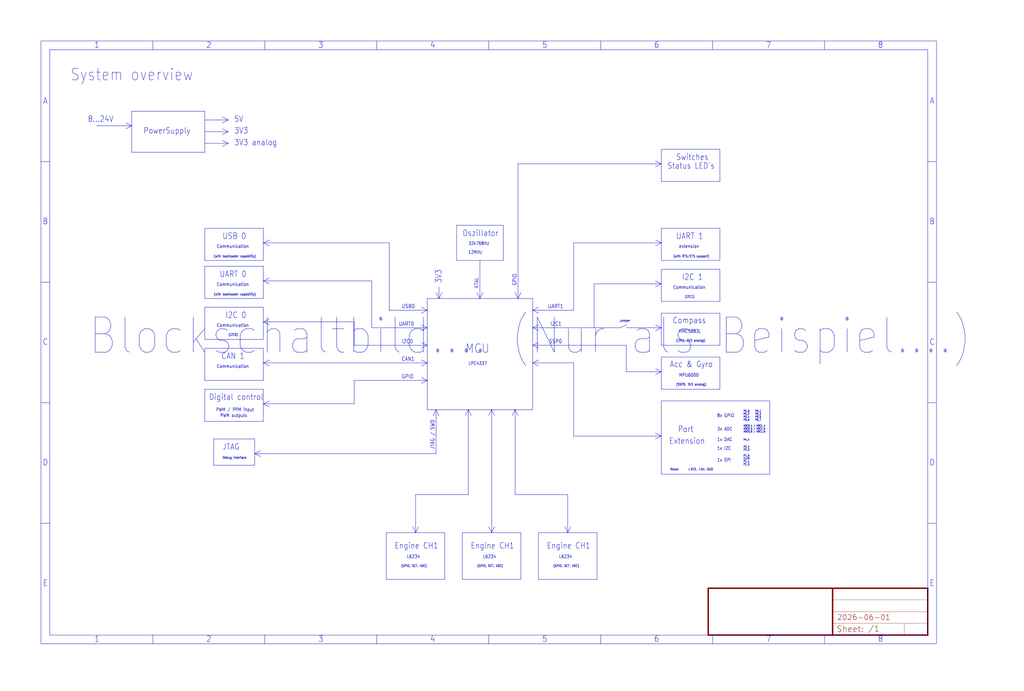
<source format=kicad_sch>
(kicad_sch (version 20230121) (generator eeschema)
  (paper "User" 444.373 299.872)
  (lib_symbols
    (symbol "freetserv-eagle-import:DOCFIELD_NEW"
      (symbol "DOCFIELD_NEW_1_0"
        (polyline (pts (xy -0.005 0.005) (xy -0.005 20.325)) (stroke (width 0.6096)))
        (polyline (pts (xy -0.005 0.005) (xy 53.97 0.005)) (stroke (width 0.6096)))
        (polyline (pts (xy -0.005 20.325) (xy 53.97 20.325)) (stroke (width 0.6096)))
        (polyline (pts (xy 53.97 0.005) (xy 85.085 0.005)) (stroke (width 0.6096)))
        (polyline (pts (xy 53.97 5.085) (xy 53.97 0.005)) (stroke (width 0.6096)))
        (polyline (pts (xy 53.97 5.085) (xy 53.97 10.165)) (stroke (width 0.6096)))
        (polyline (pts (xy 53.97 10.165) (xy 53.97 15.245)) (stroke (width 0.6096)))
        (polyline (pts (xy 53.97 10.165) (xy 95.245 10.165)) (stroke (width 0.1016)))
        (polyline (pts (xy 53.97 15.245) (xy 53.97 20.325)) (stroke (width 0.6096)))
        (polyline (pts (xy 53.97 15.245) (xy 95.245 15.245)) (stroke (width 0.1016)))
        (polyline (pts (xy 53.97 20.325) (xy 95.245 20.325)) (stroke (width 0.6096)))
        (polyline (pts (xy 85.085 0.005) (xy 85.085 5.085)) (stroke (width 0.1016)))
        (polyline (pts (xy 85.085 0.005) (xy 95.245 0.005)) (stroke (width 0.6096)))
        (polyline (pts (xy 85.085 5.085) (xy 53.97 5.085)) (stroke (width 0.1016)))
        (polyline (pts (xy 85.085 5.085) (xy 95.245 5.085)) (stroke (width 0.1016)))
        (polyline (pts (xy 95.245 0.005) (xy 95.245 5.085)) (stroke (width 0.6096)))
        (polyline (pts (xy 95.245 5.085) (xy 95.245 10.165)) (stroke (width 0.6096)))
        (polyline (pts (xy 95.245 10.165) (xy 95.245 15.245)) (stroke (width 0.6096)))
        (polyline (pts (xy 95.245 15.245) (xy 95.245 20.325)) (stroke (width 0.6096)))
        (text "${#}/${##}" (at 69.21 1.275 0) (effects (font (size 2.54 2.54)) (justify left bottom)))
        (text "${CURRENT_DATE}" (at 55.875 6.355 0) (effects (font (size 2.286 2.286)) (justify left bottom)))
        (text "${PROJECTNAME}" (at 55.875 11.435 0) (effects (font (size 2.54 2.54)) (justify left bottom)))
        (text "Sheet:" (at 55.621 1.148 0) (effects (font (size 2.54 2.54)) (justify left bottom)))
      )
    )
  )
  (polyline (pts (xy 203.2 214.63) (xy 203.2 177.8)) (stroke (width 0.1524) (type solid)))
  (polyline (pts (xy 213.36 177.8) (xy 214.63 180.34)) (stroke (width 0.1524) (type solid)))
  (polyline (pts (xy 161.29 142.24) (xy 185.42 142.24)) (stroke (width 0.1524) (type solid)))
  (polyline (pts (xy 208.28 129.54) (xy 207.01 127)) (stroke (width 0.1524) (type solid)))
  (polyline (pts (xy 185.42 149.86) (xy 182.88 151.13)) (stroke (width 0.1524) (type solid)))
  (polyline (pts (xy 114.3 105.41) (xy 116.84 104.14)) (stroke (width 0.1524) (type solid)))
  (polyline (pts (xy 312.42 135.89) (xy 312.42 149.86)) (stroke (width 0.1524) (type solid)))
  (polyline (pts (xy 185.42 165.1) (xy 185.42 157.48)) (stroke (width 0.1524) (type solid)))
  (polyline (pts (xy 312.42 154.94) (xy 312.42 168.91)) (stroke (width 0.1524) (type solid)))
  (polyline (pts (xy 185.42 134.62) (xy 185.42 129.54)) (stroke (width 0.1524) (type solid)))
  (polyline (pts (xy 96.52 60.96) (xy 99.06 62.23)) (stroke (width 0.1524) (type solid)))
  (polyline (pts (xy 246.38 231.14) (xy 247.65 228.6)) (stroke (width 0.1524) (type solid)))
  (polyline (pts (xy 223.52 177.8) (xy 222.25 180.34)) (stroke (width 0.1524) (type solid)))
  (polyline (pts (xy 114.3 139.7) (xy 114.3 147.32)) (stroke (width 0.1524) (type solid)))
  (polyline (pts (xy 233.68 251.46) (xy 233.68 231.14)) (stroke (width 0.1524) (type solid)))
  (polyline (pts (xy 161.29 121.92) (xy 161.29 142.24)) (stroke (width 0.1524) (type solid)))
  (polyline (pts (xy 96.52 55.88) (xy 99.06 57.15)) (stroke (width 0.1524) (type solid)))
  (polyline (pts (xy 153.67 149.86) (xy 185.42 149.86)) (stroke (width 0.1524) (type solid)))
  (polyline (pts (xy 57.15 66.04) (xy 57.15 54.61)) (stroke (width 0.1524) (type solid)))
  (polyline (pts (xy 190.5 129.54) (xy 208.28 129.54)) (stroke (width 0.1524) (type solid)))
  (polyline (pts (xy 312.42 113.03) (xy 287.02 113.03)) (stroke (width 0.1524) (type solid)))
  (polyline (pts (xy 287.02 142.24) (xy 284.48 143.51)) (stroke (width 0.1524) (type solid)))
  (polyline (pts (xy 287.02 189.23) (xy 284.48 190.5)) (stroke (width 0.1524) (type solid)))
  (polyline (pts (xy 312.42 116.84) (xy 312.42 130.81)) (stroke (width 0.1524) (type solid)))
  (polyline (pts (xy 110.49 201.93) (xy 92.71 201.93)) (stroke (width 0.1524) (type solid)))
  (polyline (pts (xy 223.52 214.63) (xy 223.52 177.8)) (stroke (width 0.1524) (type solid)))
  (polyline (pts (xy 168.91 134.62) (xy 185.42 134.62)) (stroke (width 0.1524) (type solid)))
  (polyline (pts (xy 114.3 182.88) (xy 88.9 182.88)) (stroke (width 0.1524) (type solid)))
  (polyline (pts (xy 213.36 231.14) (xy 212.09 228.6)) (stroke (width 0.1524) (type solid)))
  (polyline (pts (xy 271.78 149.86) (xy 231.14 149.86)) (stroke (width 0.1524) (type solid)))
  (polyline (pts (xy 223.52 177.8) (xy 224.79 180.34)) (stroke (width 0.1524) (type solid)))
  (polyline (pts (xy 246.38 231.14) (xy 245.11 228.6)) (stroke (width 0.1524) (type solid)))
  (polyline (pts (xy 287.02 99.06) (xy 312.42 99.06)) (stroke (width 0.1524) (type solid)))
  (polyline (pts (xy 231.14 129.54) (xy 231.14 134.62)) (stroke (width 0.1524) (type solid)))
  (polyline (pts (xy 185.42 142.24) (xy 185.42 134.62)) (stroke (width 0.1524) (type solid)))
  (polyline (pts (xy 271.78 142.24) (xy 287.02 142.24)) (stroke (width 0.1524) (type solid)))
  (polyline (pts (xy 271.78 161.29) (xy 271.78 149.86)) (stroke (width 0.1524) (type solid)))
  (polyline (pts (xy 233.68 231.14) (xy 259.08 231.14)) (stroke (width 0.1524) (type solid)))
  (polyline (pts (xy 224.79 129.54) (xy 226.06 127)) (stroke (width 0.1524) (type solid)))
  (polyline (pts (xy 92.71 201.93) (xy 92.71 190.5)) (stroke (width 0.1524) (type solid)))
  (polyline (pts (xy 114.3 133.35) (xy 114.3 139.7)) (stroke (width 0.1524) (type solid)))
  (polyline (pts (xy 231.14 142.24) (xy 231.14 149.86)) (stroke (width 0.1524) (type solid)))
  (polyline (pts (xy 259.08 251.46) (xy 233.68 251.46)) (stroke (width 0.1524) (type solid)))
  (polyline (pts (xy 287.02 123.19) (xy 257.81 123.19)) (stroke (width 0.1524) (type solid)))
  (polyline (pts (xy 248.92 189.23) (xy 248.92 157.48)) (stroke (width 0.1524) (type solid)))
  (polyline (pts (xy 114.3 147.32) (xy 88.9 147.32)) (stroke (width 0.1524) (type solid)))
  (polyline (pts (xy 203.2 177.8) (xy 204.47 180.34)) (stroke (width 0.1524) (type solid)))
  (polyline (pts (xy 231.14 142.24) (xy 233.68 140.97)) (stroke (width 0.1524) (type solid)))
  (polyline (pts (xy 287.02 64.77) (xy 312.42 64.77)) (stroke (width 0.1524) (type solid)))
  (polyline (pts (xy 114.3 175.26) (xy 116.84 176.53)) (stroke (width 0.1524) (type solid)))
  (polyline (pts (xy 114.3 105.41) (xy 116.84 106.68)) (stroke (width 0.1524) (type solid)))
  (polyline (pts (xy 287.02 130.81) (xy 287.02 123.19)) (stroke (width 0.1524) (type solid)))
  (polyline (pts (xy 223.52 177.8) (xy 213.36 177.8)) (stroke (width 0.1524) (type solid)))
  (polyline (pts (xy 114.3 139.7) (xy 153.67 139.7)) (stroke (width 0.1524) (type solid)))
  (polyline (pts (xy 287.02 149.86) (xy 287.02 142.24)) (stroke (width 0.1524) (type solid)))
  (polyline (pts (xy 189.23 196.85) (xy 189.23 177.8)) (stroke (width 0.1524) (type solid)))
  (polyline (pts (xy 180.34 231.14) (xy 179.07 228.6)) (stroke (width 0.1524) (type solid)))
  (polyline (pts (xy 334.01 205.74) (xy 287.02 205.74)) (stroke (width 0.1524) (type solid)))
  (polyline (pts (xy 180.34 231.14) (xy 181.61 228.6)) (stroke (width 0.1524) (type solid)))
  (polyline (pts (xy 287.02 161.29) (xy 287.02 154.94)) (stroke (width 0.1524) (type solid)))
  (polyline (pts (xy 114.3 157.48) (xy 116.84 158.75)) (stroke (width 0.1524) (type solid)))
  (polyline (pts (xy 114.3 139.7) (xy 116.84 138.43)) (stroke (width 0.1524) (type solid)))
  (polyline (pts (xy 114.3 157.48) (xy 116.84 156.21)) (stroke (width 0.1524) (type solid)))
  (polyline (pts (xy 114.3 165.1) (xy 88.9 165.1)) (stroke (width 0.1524) (type solid)))
  (polyline (pts (xy 246.38 214.63) (xy 223.52 214.63)) (stroke (width 0.1524) (type solid)))
  (polyline (pts (xy 287.02 123.19) (xy 284.48 124.46)) (stroke (width 0.1524) (type solid)))
  (polyline (pts (xy 99.06 52.07) (xy 96.52 53.34)) (stroke (width 0.1524) (type solid)))
  (polyline (pts (xy 189.23 177.8) (xy 190.5 180.34)) (stroke (width 0.1524) (type solid)))
  (polyline (pts (xy 185.42 142.24) (xy 182.88 143.51)) (stroke (width 0.1524) (type solid)))
  (polyline (pts (xy 110.49 196.85) (xy 110.49 201.93)) (stroke (width 0.1524) (type solid)))
  (polyline (pts (xy 88.9 62.23) (xy 99.06 62.23)) (stroke (width 0.1524) (type solid)))
  (polyline (pts (xy 248.92 157.48) (xy 231.14 157.48)) (stroke (width 0.1524) (type solid)))
  (polyline (pts (xy 213.36 231.14) (xy 214.63 228.6)) (stroke (width 0.1524) (type solid)))
  (polyline (pts (xy 287.02 71.12) (xy 284.48 69.85)) (stroke (width 0.1524) (type solid)))
  (polyline (pts (xy 218.44 113.03) (xy 208.28 113.03)) (stroke (width 0.1524) (type solid)))
  (polyline (pts (xy 287.02 105.41) (xy 248.92 105.41)) (stroke (width 0.1524) (type solid)))
  (polyline (pts (xy 213.36 177.8) (xy 212.09 180.34)) (stroke (width 0.1524) (type solid)))
  (polyline (pts (xy 185.42 129.54) (xy 190.5 129.54)) (stroke (width 0.1524) (type solid)))
  (polyline (pts (xy 231.14 149.86) (xy 231.14 157.48)) (stroke (width 0.1524) (type solid)))
  (polyline (pts (xy 185.42 134.62) (xy 182.88 135.89)) (stroke (width 0.1524) (type solid)))
  (polyline (pts (xy 57.15 48.26) (xy 88.9 48.26)) (stroke (width 0.1524) (type solid)))
  (polyline (pts (xy 57.15 54.61) (xy 57.15 48.26)) (stroke (width 0.1524) (type solid)))
  (polyline (pts (xy 200.66 251.46) (xy 200.66 231.14)) (stroke (width 0.1524) (type solid)))
  (polyline (pts (xy 231.14 134.62) (xy 233.68 133.35)) (stroke (width 0.1524) (type solid)))
  (polyline (pts (xy 190.5 124.46) (xy 190.5 129.54)) (stroke (width 0.1524) (type solid)))
  (polyline (pts (xy 287.02 154.94) (xy 312.42 154.94)) (stroke (width 0.1524) (type solid)))
  (polyline (pts (xy 312.42 78.74) (xy 287.02 78.74)) (stroke (width 0.1524) (type solid)))
  (polyline (pts (xy 185.42 177.8) (xy 185.42 165.1)) (stroke (width 0.1524) (type solid)))
  (polyline (pts (xy 88.9 147.32) (xy 88.9 133.35)) (stroke (width 0.1524) (type solid)))
  (polyline (pts (xy 193.04 251.46) (xy 167.64 251.46)) (stroke (width 0.1524) (type solid)))
  (polyline (pts (xy 312.42 64.77) (xy 312.42 78.74)) (stroke (width 0.1524) (type solid)))
  (polyline (pts (xy 231.14 177.8) (xy 223.52 177.8)) (stroke (width 0.1524) (type solid)))
  (polyline (pts (xy 88.9 165.1) (xy 88.9 151.13)) (stroke (width 0.1524) (type solid)))
  (polyline (pts (xy 287.02 71.12) (xy 224.79 71.12)) (stroke (width 0.1524) (type solid)))
  (polyline (pts (xy 231.14 134.62) (xy 231.14 142.24)) (stroke (width 0.1524) (type solid)))
  (polyline (pts (xy 226.06 251.46) (xy 200.66 251.46)) (stroke (width 0.1524) (type solid)))
  (polyline (pts (xy 114.3 99.06) (xy 114.3 105.41)) (stroke (width 0.1524) (type solid)))
  (polyline (pts (xy 287.02 142.24) (xy 284.48 140.97)) (stroke (width 0.1524) (type solid)))
  (polyline (pts (xy 259.08 231.14) (xy 259.08 251.46)) (stroke (width 0.1524) (type solid)))
  (polyline (pts (xy 110.49 190.5) (xy 110.49 196.85)) (stroke (width 0.1524) (type solid)))
  (polyline (pts (xy 114.3 113.03) (xy 88.9 113.03)) (stroke (width 0.1524) (type solid)))
  (polyline (pts (xy 218.44 97.79) (xy 218.44 113.03)) (stroke (width 0.1524) (type solid)))
  (polyline (pts (xy 114.3 168.91) (xy 114.3 175.26)) (stroke (width 0.1524) (type solid)))
  (polyline (pts (xy 189.23 177.8) (xy 187.96 180.34)) (stroke (width 0.1524) (type solid)))
  (polyline (pts (xy 231.14 149.86) (xy 233.68 151.13)) (stroke (width 0.1524) (type solid)))
  (polyline (pts (xy 287.02 161.29) (xy 284.48 162.56)) (stroke (width 0.1524) (type solid)))
  (polyline (pts (xy 114.3 175.26) (xy 116.84 173.99)) (stroke (width 0.1524) (type solid)))
  (polyline (pts (xy 287.02 173.99) (xy 334.01 173.99)) (stroke (width 0.1524) (type solid)))
  (polyline (pts (xy 312.42 149.86) (xy 287.02 149.86)) (stroke (width 0.1524) (type solid)))
  (polyline (pts (xy 200.66 231.14) (xy 226.06 231.14)) (stroke (width 0.1524) (type solid)))
  (polyline (pts (xy 287.02 123.19) (xy 287.02 116.84)) (stroke (width 0.1524) (type solid)))
  (polyline (pts (xy 88.9 52.07) (xy 88.9 57.15)) (stroke (width 0.1524) (type solid)))
  (polyline (pts (xy 231.14 157.48) (xy 231.14 177.8)) (stroke (width 0.1524) (type solid)))
  (polyline (pts (xy 57.15 54.61) (xy 54.61 53.34)) (stroke (width 0.1524) (type solid)))
  (polyline (pts (xy 312.42 168.91) (xy 287.02 168.91)) (stroke (width 0.1524) (type solid)))
  (polyline (pts (xy 248.92 134.62) (xy 231.14 134.62)) (stroke (width 0.1524) (type solid)))
  (polyline (pts (xy 287.02 123.19) (xy 284.48 121.92)) (stroke (width 0.1524) (type solid)))
  (polyline (pts (xy 231.14 134.62) (xy 233.68 135.89)) (stroke (width 0.1524) (type solid)))
  (polyline (pts (xy 198.12 97.79) (xy 218.44 97.79)) (stroke (width 0.1524) (type solid)))
  (polyline (pts (xy 208.28 129.54) (xy 231.14 129.54)) (stroke (width 0.1524) (type solid)))
  (polyline (pts (xy 110.49 196.85) (xy 113.03 198.12)) (stroke (width 0.1524) (type solid)))
  (polyline (pts (xy 114.3 175.26) (xy 153.67 175.26)) (stroke (width 0.1524) (type solid)))
  (polyline (pts (xy 88.9 129.54) (xy 88.9 115.57)) (stroke (width 0.1524) (type solid)))
  (polyline (pts (xy 185.42 165.1) (xy 182.88 163.83)) (stroke (width 0.1524) (type solid)))
  (polyline (pts (xy 287.02 189.23) (xy 248.92 189.23)) (stroke (width 0.1524) (type solid)))
  (polyline (pts (xy 153.67 165.1) (xy 185.42 165.1)) (stroke (width 0.1524) (type solid)))
  (polyline (pts (xy 271.78 161.29) (xy 287.02 161.29)) (stroke (width 0.1524) (type solid)))
  (polyline (pts (xy 213.36 177.8) (xy 203.2 177.8)) (stroke (width 0.1524) (type solid)))
  (polyline (pts (xy 114.3 121.92) (xy 161.29 121.92)) (stroke (width 0.1524) (type solid)))
  (polyline (pts (xy 185.42 157.48) (xy 182.88 156.21)) (stroke (width 0.1524) (type solid)))
  (polyline (pts (xy 185.42 134.62) (xy 182.88 133.35)) (stroke (width 0.1524) (type solid)))
  (polyline (pts (xy 257.81 142.24) (xy 269.24 142.24)) (stroke (width 0.1524) (type solid)))
  (polyline (pts (xy 88.9 48.26) (xy 88.9 52.07)) (stroke (width 0.1524) (type solid)))
  (polyline (pts (xy 92.71 190.5) (xy 110.49 190.5)) (stroke (width 0.1524) (type solid)))
  (polyline (pts (xy 208.28 113.03) (xy 198.12 113.03)) (stroke (width 0.1524) (type solid)))
  (polyline (pts (xy 312.42 130.81) (xy 287.02 130.81)) (stroke (width 0.1524) (type solid)))
  (polyline (pts (xy 185.42 157.48) (xy 185.42 149.86)) (stroke (width 0.1524) (type solid)))
  (polyline (pts (xy 287.02 116.84) (xy 312.42 116.84)) (stroke (width 0.1524) (type solid)))
  (polyline (pts (xy 226.06 231.14) (xy 226.06 251.46)) (stroke (width 0.1524) (type solid)))
  (polyline (pts (xy 114.3 157.48) (xy 114.3 165.1)) (stroke (width 0.1524) (type solid)))
  (polyline (pts (xy 287.02 205.74) (xy 287.02 189.23)) (stroke (width 0.1524) (type solid)))
  (polyline (pts (xy 203.2 177.8) (xy 185.42 177.8)) (stroke (width 0.1524) (type solid)))
  (polyline (pts (xy 287.02 189.23) (xy 287.02 173.99)) (stroke (width 0.1524) (type solid)))
  (polyline (pts (xy 257.81 123.19) (xy 257.81 142.24)) (stroke (width 0.1524) (type solid)))
  (polyline (pts (xy 88.9 57.15) (xy 99.06 57.15)) (stroke (width 0.1524) (type solid)))
  (polyline (pts (xy 167.64 251.46) (xy 167.64 231.14)) (stroke (width 0.1524) (type solid)))
  (polyline (pts (xy 287.02 168.91) (xy 287.02 161.29)) (stroke (width 0.1524) (type solid)))
  (polyline (pts (xy 185.42 142.24) (xy 182.88 140.97)) (stroke (width 0.1524) (type solid)))
  (polyline (pts (xy 99.06 62.23) (xy 96.52 63.5)) (stroke (width 0.1524) (type solid)))
  (polyline (pts (xy 114.3 121.92) (xy 114.3 129.54)) (stroke (width 0.1524) (type solid)))
  (polyline (pts (xy 246.38 214.63) (xy 246.38 231.14)) (stroke (width 0.1524) (type solid)))
  (polyline (pts (xy 114.3 121.92) (xy 116.84 120.65)) (stroke (width 0.1524) (type solid)))
  (polyline (pts (xy 190.5 129.54) (xy 189.23 127)) (stroke (width 0.1524) (type solid)))
  (polyline (pts (xy 185.42 149.86) (xy 182.88 148.59)) (stroke (width 0.1524) (type solid)))
  (polyline (pts (xy 114.3 129.54) (xy 88.9 129.54)) (stroke (width 0.1524) (type solid)))
  (polyline (pts (xy 114.3 115.57) (xy 114.3 121.92)) (stroke (width 0.1524) (type solid)))
  (polyline (pts (xy 208.28 113.03) (xy 208.28 129.54)) (stroke (width 0.1524) (type solid)))
  (polyline (pts (xy 203.2 177.8) (xy 201.93 180.34)) (stroke (width 0.1524) (type solid)))
  (polyline (pts (xy 198.12 113.03) (xy 198.12 97.79)) (stroke (width 0.1524) (type solid)))
  (polyline (pts (xy 88.9 115.57) (xy 114.3 115.57)) (stroke (width 0.1524) (type solid)))
  (polyline (pts (xy 88.9 113.03) (xy 88.9 99.06)) (stroke (width 0.1524) (type solid)))
  (polyline (pts (xy 99.06 57.15) (xy 96.52 58.42)) (stroke (width 0.1524) (type solid)))
  (polyline (pts (xy 88.9 133.35) (xy 114.3 133.35)) (stroke (width 0.1524) (type solid)))
  (polyline (pts (xy 231.14 157.48) (xy 233.68 158.75)) (stroke (width 0.1524) (type solid)))
  (polyline (pts (xy 114.3 105.41) (xy 168.91 105.41)) (stroke (width 0.1524) (type solid)))
  (polyline (pts (xy 110.49 196.85) (xy 113.03 195.58)) (stroke (width 0.1524) (type solid)))
  (polyline (pts (xy 88.9 182.88) (xy 88.9 168.91)) (stroke (width 0.1524) (type solid)))
  (polyline (pts (xy 287.02 105.41) (xy 284.48 106.68)) (stroke (width 0.1524) (type solid)))
  (polyline (pts (xy 287.02 189.23) (xy 284.48 187.96)) (stroke (width 0.1524) (type solid)))
  (polyline (pts (xy 88.9 168.91) (xy 114.3 168.91)) (stroke (width 0.1524) (type solid)))
  (polyline (pts (xy 208.28 129.54) (xy 209.55 127)) (stroke (width 0.1524) (type solid)))
  (polyline (pts (xy 287.02 71.12) (xy 287.02 64.77)) (stroke (width 0.1524) (type solid)))
  (polyline (pts (xy 193.04 231.14) (xy 193.04 251.46)) (stroke (width 0.1524) (type solid)))
  (polyline (pts (xy 248.92 105.41) (xy 248.92 134.62)) (stroke (width 0.1524) (type solid)))
  (polyline (pts (xy 287.02 105.41) (xy 287.02 99.06)) (stroke (width 0.1524) (type solid)))
  (polyline (pts (xy 287.02 105.41) (xy 284.48 104.14)) (stroke (width 0.1524) (type solid)))
  (polyline (pts (xy 334.01 173.99) (xy 334.01 205.74)) (stroke (width 0.1524) (type solid)))
  (polyline (pts (xy 213.36 231.14) (xy 213.36 177.8)) (stroke (width 0.1524) (type solid)))
  (polyline (pts (xy 287.02 135.89) (xy 312.42 135.89)) (stroke (width 0.1524) (type solid)))
  (polyline (pts (xy 88.9 66.04) (xy 57.15 66.04)) (stroke (width 0.1524) (type solid)))
  (polyline (pts (xy 88.9 151.13) (xy 114.3 151.13)) (stroke (width 0.1524) (type solid)))
  (polyline (pts (xy 185.42 149.86) (xy 185.42 142.24)) (stroke (width 0.1524) (type solid)))
  (polyline (pts (xy 88.9 62.23) (xy 88.9 66.04)) (stroke (width 0.1524) (type solid)))
  (polyline (pts (xy 114.3 151.13) (xy 114.3 157.48)) (stroke (width 0.1524) (type solid)))
  (polyline (pts (xy 88.9 57.15) (xy 88.9 62.23)) (stroke (width 0.1524) (type solid)))
  (polyline (pts (xy 231.14 149.86) (xy 233.68 148.59)) (stroke (width 0.1524) (type solid)))
  (polyline (pts (xy 114.3 105.41) (xy 114.3 113.03)) (stroke (width 0.1524) (type solid)))
  (polyline (pts (xy 88.9 99.06) (xy 114.3 99.06)) (stroke (width 0.1524) (type solid)))
  (polyline (pts (xy 287.02 113.03) (xy 287.02 105.41)) (stroke (width 0.1524) (type solid)))
  (polyline (pts (xy 224.79 129.54) (xy 223.52 127)) (stroke (width 0.1524) (type solid)))
  (polyline (pts (xy 153.67 139.7) (xy 153.67 149.86)) (stroke (width 0.1524) (type solid)))
  (polyline (pts (xy 114.3 139.7) (xy 116.84 140.97)) (stroke (width 0.1524) (type solid)))
  (polyline (pts (xy 114.3 157.48) (xy 185.42 157.48)) (stroke (width 0.1524) (type solid)))
  (polyline (pts (xy 257.81 142.24) (xy 231.14 142.24)) (stroke (width 0.1524) (type solid)))
  (polyline (pts (xy 224.79 71.12) (xy 224.79 129.54)) (stroke (width 0.1524) (type solid)))
  (polyline (pts (xy 110.49 196.85) (xy 189.23 196.85)) (stroke (width 0.1524) (type solid)))
  (polyline (pts (xy 185.42 165.1) (xy 182.88 166.37)) (stroke (width 0.1524) (type solid)))
  (polyline (pts (xy 114.3 175.26) (xy 114.3 182.88)) (stroke (width 0.1524) (type solid)))
  (polyline (pts (xy 57.15 54.61) (xy 54.61 55.88)) (stroke (width 0.1524) (type solid)))
  (polyline (pts (xy 287.02 78.74) (xy 287.02 71.12)) (stroke (width 0.1524) (type solid)))
  (polyline (pts (xy 191.77 127) (xy 190.5 129.54)) (stroke (width 0.1524) (type solid)))
  (polyline (pts (xy 180.34 214.63) (xy 180.34 231.14)) (stroke (width 0.1524) (type solid)))
  (polyline (pts (xy 269.24 142.24) (xy 271.78 140.97)) (stroke (width 0.1524) (type solid)))
  (polyline (pts (xy 153.67 175.26) (xy 153.67 165.1)) (stroke (width 0.1524) (type solid)))
  (polyline (pts (xy 312.42 99.06) (xy 312.42 113.03)) (stroke (width 0.1524) (type solid)))
  (polyline (pts (xy 185.42 157.48) (xy 182.88 158.75)) (stroke (width 0.1524) (type solid)))
  (polyline (pts (xy 287.02 161.29) (xy 284.48 160.02)) (stroke (width 0.1524) (type solid)))
  (polyline (pts (xy 88.9 52.07) (xy 99.06 52.07)) (stroke (width 0.1524) (type solid)))
  (polyline (pts (xy 231.14 142.24) (xy 233.68 143.51)) (stroke (width 0.1524) (type solid)))
  (polyline (pts (xy 287.02 142.24) (xy 287.02 135.89)) (stroke (width 0.1524) (type solid)))
  (polyline (pts (xy 114.3 121.92) (xy 116.84 123.19)) (stroke (width 0.1524) (type solid)))
  (polyline (pts (xy 168.91 105.41) (xy 168.91 134.62)) (stroke (width 0.1524) (type solid)))
  (polyline (pts (xy 167.64 231.14) (xy 193.04 231.14)) (stroke (width 0.1524) (type solid)))
  (polyline (pts (xy 231.14 157.48) (xy 233.68 156.21)) (stroke (width 0.1524) (type solid)))
  (polyline (pts (xy 180.34 214.63) (xy 203.2 214.63)) (stroke (width 0.1524) (type solid)))
  (polyline (pts (xy 41.91 54.61) (xy 57.15 54.61)) (stroke (width 0.1524) (type solid)))
  (polyline (pts (xy 287.02 71.12) (xy 284.48 72.39)) (stroke (width 0.1524) (type solid)))
  (polyline (pts (xy 96.52 50.8) (xy 99.06 52.07)) (stroke (width 0.1524) (type solid)))
  (polyline (pts (xy 402.59 122.428) (xy 406.4 122.428)))
  (polyline (pts (xy 309.245 17.78) (xy 309.245 21.59)))
  (polyline (pts (xy 357.8225 275.59) (xy 357.8225 279.4)))
  (polyline (pts (xy 309.245 275.59) (xy 309.245 279.4)))
  (polyline (pts (xy 402.59 227.076) (xy 406.4 227.076)))
  (polyline (pts (xy 163.5125 17.78) (xy 163.5125 21.59)))
  (polyline (pts (xy 17.78 70.104) (xy 21.59 70.104)))
  (polyline (pts (xy 212.09 17.78) (xy 212.09 21.59)))
  (polyline (pts (xy 402.59 275.59) (xy 21.59 275.59)))
  (polyline (pts (xy 114.935 17.78) (xy 114.935 21.59)))
  (polyline (pts (xy 212.09 275.59) (xy 212.09 279.4)))
  (polyline (pts (xy 17.78 17.78) (xy 406.4 17.78) (xy 406.4 279.4) (xy 17.78 279.4) (xy 17.78 17.78)))
  (polyline (pts (xy 402.59 21.59) (xy 21.59 21.59)))
  (polyline (pts (xy 114.935 275.59) (xy 114.935 279.4)))
  (polyline (pts (xy 402.59 21.59) (xy 402.59 275.59)))
  (polyline (pts (xy 402.59 70.104) (xy 406.4 70.104)))
  (polyline (pts (xy 21.59 21.59) (xy 21.59 275.59)))
  (polyline (pts (xy 66.3575 275.59) (xy 66.3575 279.4)))
  (polyline (pts (xy 163.5125 275.59) (xy 163.5125 279.4)))
  (polyline (pts (xy 260.6675 17.78) (xy 260.6675 21.59)))
  (polyline (pts (xy 66.3575 17.78) (xy 66.3575 21.59)))
  (polyline (pts (xy 17.78 122.428) (xy 21.59 122.428)))
  (polyline (pts (xy 17.78 174.752) (xy 21.59 174.752)))
  (polyline (pts (xy 17.78 227.076) (xy 21.59 227.076)))
  (polyline (pts (xy 357.8225 17.78) (xy 357.8225 21.59)))
  (polyline (pts (xy 260.6675 275.59) (xy 260.6675 279.4)))
  (polyline (pts (xy 402.59 174.752) (xy 406.4 174.752)))
  (text "USB 0" (at 96.52 104.14 0) (effects (font (size 2.54 2.159)) (justify left bottom)))
  (text "MPU6000" (at 294.64 163.83 0) (effects (font (size 1.4224 1.209)) (justify left bottom)))
  (text "5" (at 236.3788 277.495 0) (effects (font (size 2.54 2.286))))
  (text "7" (at 333.5338 277.495 0) (effects (font (size 2.54 2.286))))
  (text "GPIO" (at 174.244 164.592 0) (effects (font (size 1.6764 1.4249)) (justify left bottom)))
  (text "4" (at 187.8013 19.685 0) (effects (font (size 2.54 2.286))))
  (text "+3V3, +5V, GND" (at 298.45 204.47 0) (effects (font (size 1.016 0.8636)) (justify left bottom)))
  (text "CLK0" (at 322.58 199.644 0) (effects (font (size 0.8128 0.6908)) (justify left bottom)))
  (text "P5_7" (at 327.66 182.88 0) (effects (font (size 0.8128 0.6908)) (justify left bottom)))
  (text "XTAL" (at 207.772 125.476 90) (effects (font (size 1.6764 1.4249)) (justify left bottom)))
  (text "LPC4337" (at 203.2 158.75 0) (effects (font (size 1.4224 1.209)) (justify left bottom)))
  (text "Debug interface" (at 96.52 199.39 0) (effects (font (size 1.016 0.8636)) (justify left bottom)))
  (text "1x SPI" (at 311.15 200.66 0) (effects (font (size 1.4224 1.209)) (justify left bottom)))
  (text "P2_3" (at 322.58 195.834 0) (effects (font (size 0.8128 0.6908)) (justify left bottom)))
  (text "6" (at 284.9563 277.495 0) (effects (font (size 2.54 2.286))))
  (text "HMC5883L" (at 294.64 144.78 0) (effects (font (size 1.4224 1.209)) (justify left bottom)))
  (text "5V" (at 101.6 53.34 0) (effects (font (size 2.54 2.159)) (justify left bottom)))
  (text "(GPIO, SCT, ADC)" (at 173.99 246.38 0) (effects (font (size 1.016 0.8636)) (justify left bottom)))
  (text "A" (at 404.495 43.942 0) (effects (font (size 2.54 2.286))))
  (text "P5_4" (at 322.58 181.61 0) (effects (font (size 0.8128 0.6908)) (justify left bottom)))
  (text "Communication" (at 93.98 160.02 0) (effects (font (size 1.4224 1.209)) (justify left bottom)))
  (text "A" (at 19.685 43.942 0) (effects (font (size 2.54 2.286))))
  (text "(GPIO, SCT, ADC)" (at 240.03 246.38 0) (effects (font (size 1.016 0.8636)) (justify left bottom)))
  (text "4" (at 187.8013 277.495 0) (effects (font (size 2.54 2.286))))
  (text "5" (at 236.3788 19.685 0) (effects (font (size 2.54 2.286))))
  (text "UART 0" (at 95.25 120.65 0) (effects (font (size 2.54 2.159)) (justify left bottom)))
  (text "I2C1" (at 238.76 141.732 0) (effects (font (size 1.6764 1.4249)) (justify left bottom)))
  (text "Extension" (at 290.322 193.04 0) (effects (font (size 2.54 2.159)) (justify left bottom)))
  (text "3" (at 139.2238 19.685 0) (effects (font (size 2.54 2.286))))
  (text "(I2C1)" (at 297.18 129.54 0) (effects (font (size 1.016 0.8636)) (justify left bottom)))
  (text "USB0" (at 174.244 134.112 0) (effects (font (size 1.6764 1.4249)) (justify left bottom)))
  (text "CAN1" (at 174.244 156.972 0) (effects (font (size 1.6764 1.4249)) (justify left bottom)))
  (text "8" (at 382.1113 19.685 0) (effects (font (size 2.54 2.286))))
  (text "1x I2C" (at 311.15 195.58 0) (effects (font (size 1.4224 1.209)) (justify left bottom)))
  (text "P4_4" (at 322.58 191.516 0) (effects (font (size 0.8128 0.6908)) (justify left bottom)))
  (text "MCU" (at 201.93 153.67 0) (effects (font (size 3.81 3.2385)) (justify left bottom)))
  (text "extension" (at 294.64 107.95 0) (effects (font (size 1.4224 1.209)) (justify left bottom)))
  (text "PWM outputs" (at 95.504 181.356 0) (effects (font (size 1.4224 1.209)) (justify left bottom)))
  (text "P5_6" (at 322.58 182.88 0) (effects (font (size 0.8128 0.6908)) (justify left bottom)))
  (text "P1_4" (at 322.58 200.914 0) (effects (font (size 0.8128 0.6908)) (justify left bottom)))
  (text "(SSP0, 3V3 analog)" (at 293.37 167.64 0) (effects (font (size 1.016 0.8636)) (justify left bottom)))
  (text "P1_3" (at 322.58 202.184 0) (effects (font (size 0.8128 0.6908)) (justify left bottom)))
  (text "8x GPIO" (at 311.15 181.356 0) (effects (font (size 1.4224 1.209)) (justify left bottom)))
  (text "P5_5" (at 327.66 181.61 0) (effects (font (size 0.8128 0.6908)) (justify left bottom)))
  (text "(I2C0)" (at 99.06 146.05 0) (effects (font (size 1.016 0.8636)) (justify left bottom)))
  (text "P5_1" (at 327.66 179.07 0) (effects (font (size 0.8128 0.6908)) (justify left bottom)))
  (text "Reset" (at 290.83 204.47 0) (effects (font (size 1.016 0.8636)) (justify left bottom)))
  (text "(with RTS/CTS support)" (at 292.1 112.014 0) (effects (font (size 1.016 0.8636)) (justify left bottom)))
  (text "L6234" (at 242.57 242.57 0) (effects (font (size 1.4224 1.209)) (justify left bottom)))
  (text "3V3" (at 191.77 123.19 90) (effects (font (size 2.54 2.159)) (justify left bottom)))
  (text "E" (at 404.495 253.238 0) (effects (font (size 2.54 2.286))))
  (text "3V3 analog" (at 101.6 63.5 0) (effects (font (size 2.54 2.159)) (justify left bottom)))
  (text "P1_5" (at 322.58 198.374 0) (effects (font (size 0.8128 0.6908)) (justify left bottom)))
  (text "3" (at 139.2238 277.495 0) (effects (font (size 2.54 2.286))))
  (text "UART0" (at 172.974 141.732 0) (effects (font (size 1.6764 1.4249)) (justify left bottom)))
  (text "I2C 0" (at 97.79 138.43 0) (effects (font (size 2.54 2.159)) (justify left bottom)))
  (text "I2C 1" (at 295.91 121.92 0) (effects (font (size 2.54 2.159)) (justify left bottom)))
  (text "B" (at 404.495 96.266 0) (effects (font (size 2.54 2.286))))
  (text "CAN 1" (at 96.012 156.21 0) (effects (font (size 2.54 2.159)) (justify left bottom)))
  (text "ADC0_6 / ADC1_6" (at 322.58 187.96 0) (effects (font (size 0.8128 0.6908)) (justify left bottom)))
  (text "UART 1" (at 293.37 104.14 0) (effects (font (size 2.54 2.159)) (justify left bottom)))
  (text "12MHz" (at 203.2 110.49 0) (effects (font (size 1.4224 1.209)) (justify left bottom)))
  (text "B" (at 19.685 96.266 0) (effects (font (size 2.54 2.286))))
  (text "1" (at 42.0688 19.685 0) (effects (font (size 2.54 2.286))))
  (text "Jumper" (at 268.732 139.954 0) (effects (font (size 1.016 0.8636)) (justify left bottom)))
  (text "8" (at 382.1113 277.495 0) (effects (font (size 2.54 2.286))))
  (text "Communication" (at 93.98 107.95 0) (effects (font (size 1.4224 1.209)) (justify left bottom)))
  (text "JTAG / SWD" (at 188.722 195.326 90) (effects (font (size 1.6764 1.4249)) (justify left bottom)))
  (text "I2C0" (at 174.244 149.352 0) (effects (font (size 1.6764 1.4249)) (justify left bottom)))
  (text "Blockschaltbild.... (Nur als Beispiel....)" (at 38.1 154.94 0) (effects (font (size 15.24 12.954)) (justify left bottom)))
  (text "1" (at 42.0688 277.495 0) (effects (font (size 2.54 2.286))))
  (text "Engine CH1" (at 237.236 238.506 0) (effects (font (size 2.54 2.159)) (justify left bottom)))
  (text "2" (at 90.6463 277.495 0) (effects (font (size 2.54 2.286))))
  (text "2" (at 90.6463 19.685 0) (effects (font (size 2.54 2.286))))
  (text "Port" (at 294.132 187.96 0) (effects (font (size 2.54 2.159)) (justify left bottom)))
  (text "Engine CH1" (at 204.216 238.506 0) (effects (font (size 2.54 2.159)) (justify left bottom)))
  (text "C" (at 404.495 148.59 0) (effects (font (size 2.54 2.286))))
  (text "E" (at 19.685 253.238 0) (effects (font (size 2.54 2.286))))
  (text "(I2C1, 3V3 analog)" (at 293.37 148.59 0) (effects (font (size 1.016 0.8636)) (justify left bottom)))
  (text "Communication" (at 93.98 142.24 0) (effects (font (size 1.4224 1.209)) (justify left bottom)))
  (text "(with bootloader capability)" (at 92.71 112.014 0) (effects (font (size 1.016 0.8636)) (justify left bottom)))
  (text "L6234" (at 209.55 242.57 0) (effects (font (size 1.4224 1.209)) (justify left bottom)))
  (text "PWM / PPM input" (at 93.726 178.816 0) (effects (font (size 1.4224 1.209)) (justify left bottom)))
  (text "6" (at 284.9563 19.685 0) (effects (font (size 2.54 2.286))))
  (text "3x ADC" (at 311.15 187.198 0) (effects (font (size 1.4224 1.209)) (justify left bottom)))
  (text "32k768Hz" (at 203.2 106.68 0) (effects (font (size 1.4224 1.209)) (justify left bottom)))
  (text "7" (at 333.5338 19.685 0) (effects (font (size 2.54 2.286))))
  (text "JTAG" (at 96.52 195.58 0) (effects (font (size 2.54 2.159)) (justify left bottom)))
  (text "P5_3" (at 327.66 180.34 0) (effects (font (size 0.8128 0.6908)) (justify left bottom)))
  (text "Acc & Gyro" (at 290.576 159.766 0) (effects (font (size 2.54 2.159)) (justify left bottom)))
  (text "1x DAC" (at 311.15 191.77 0) (effects (font (size 1.4224 1.209)) (justify left bottom)))
  (text "8...24V" (at 38.1 53.34 0) (effects (font (size 2.54 2.159)) (justify left bottom)))
  (text "Digital control" (at 90.678 173.99 0) (effects (font (size 2.54 2.159)) (justify left bottom)))
  (text "Communication" (at 93.98 124.46 0) (effects (font (size 1.4224 1.209)) (justify left bottom)))
  (text "L6234" (at 176.53 242.57 0) (effects (font (size 1.4224 1.209)) (justify left bottom)))
  (text "P5_2" (at 322.58 180.34 0) (effects (font (size 0.8128 0.6908)) (justify left bottom)))
  (text "Compass" (at 291.846 140.716 0) (effects (font (size 2.54 2.159)) (justify left bottom)))
  (text "3V3" (at 101.6 58.42 0) (effects (font (size 2.54 2.159)) (justify left bottom)))
  (text "Engine CH1" (at 171.196 238.506 0) (effects (font (size 2.54 2.159)) (justify left bottom)))
  (text "PowerSupply" (at 62.23 58.42 0) (effects (font (size 2.54 2.159)) (justify left bottom)))
  (text "Communication" (at 292.1 125.73 0) (effects (font (size 1.4224 1.209)) (justify left bottom)))
  (text "ADC0_4 / ADC1_4" (at 322.58 185.42 0) (effects (font (size 0.8128 0.6908)) (justify left bottom)))
  (text "C" (at 19.685 148.59 0) (effects (font (size 2.54 2.286))))
  (text "Switches" (at 293.37 69.85 0) (effects (font (size 2.54 2.159)) (justify left bottom)))
  (text "Status LED's" (at 289.56 73.66 0) (effects (font (size 2.54 2.159)) (justify left bottom)))
  (text "P5_0" (at 322.58 179.07 0) (effects (font (size 0.8128 0.6908)) (justify left bottom)))
  (text "(with bootloader capability)" (at 92.71 128.524 0) (effects (font (size 1.016 0.8636)) (justify left bottom)))
  (text "D" (at 404.495 200.914 0) (effects (font (size 2.54 2.286))))
  (text "UART1" (at 237.744 134.112 0) (effects (font (size 1.6764 1.4249)) (justify left bottom)))
  (text "GPIO" (at 224.282 124.206 90) (effects (font (size 1.6764 1.4249)) (justify left bottom)))
  (text "SSP0" (at 238.252 149.352 0) (effects (font (size 1.6764 1.4249)) (justify left bottom)))
  (text "(GPIO, SCT, ADC)" (at 207.01 246.38 0) (effects (font (size 1.016 0.8636)) (justify left bottom)))
  (text "P2_4" (at 322.58 194.564 0) (effects (font (size 0.8128 0.6908)) (justify left bottom)))
  (text "System overview" (at 30.48 35.56 0) (effects (font (size 5.08 4.318)) (justify left bottom)))
  (text "D" (at 19.685 200.914 0) (effects (font (size 2.54 2.286))))
  (text "Oszillator" (at 200.66 102.87 0) (effects (font (size 2.54 2.159)) (justify left bottom)))
  (text "ADC0_5 / ADC1_5" (at 322.58 186.69 0) (effects (font (size 0.8128 0.6908)) (justify left bottom)))
  (symbol (lib_id "freetserv-eagle-import:DOCFIELD_NEW") (at 307.34 275.59 0) (unit 1)
    (property "Reference" "#U$39" (effects hide))
    (property "Value" "DOCFIELD_NEW" (effects hide))
  )
)
</source>
